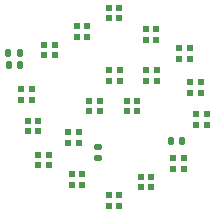
<source format=gbr>
%TF.GenerationSoftware,KiCad,Pcbnew,8.0.4*%
%TF.CreationDate,2024-10-23T12:58:23+11:00*%
%TF.ProjectId,Micron_Logo_LED,4d696372-6f6e-45f4-9c6f-676f5f4c4544,rev?*%
%TF.SameCoordinates,Original*%
%TF.FileFunction,Paste,Top*%
%TF.FilePolarity,Positive*%
%FSLAX46Y46*%
G04 Gerber Fmt 4.6, Leading zero omitted, Abs format (unit mm)*
G04 Created by KiCad (PCBNEW 8.0.4) date 2024-10-23 12:58:23*
%MOMM*%
%LPD*%
G01*
G04 APERTURE LIST*
G04 Aperture macros list*
%AMRoundRect*
0 Rectangle with rounded corners*
0 $1 Rounding radius*
0 $2 $3 $4 $5 $6 $7 $8 $9 X,Y pos of 4 corners*
0 Add a 4 corners polygon primitive as box body*
4,1,4,$2,$3,$4,$5,$6,$7,$8,$9,$2,$3,0*
0 Add four circle primitives for the rounded corners*
1,1,$1+$1,$2,$3*
1,1,$1+$1,$4,$5*
1,1,$1+$1,$6,$7*
1,1,$1+$1,$8,$9*
0 Add four rect primitives between the rounded corners*
20,1,$1+$1,$2,$3,$4,$5,0*
20,1,$1+$1,$4,$5,$6,$7,0*
20,1,$1+$1,$6,$7,$8,$9,0*
20,1,$1+$1,$8,$9,$2,$3,0*%
G04 Aperture macros list end*
%ADD10R,0.500000X0.500000*%
%ADD11RoundRect,0.135000X0.135000X0.185000X-0.135000X0.185000X-0.135000X-0.185000X0.135000X-0.185000X0*%
%ADD12RoundRect,0.140000X-0.140000X-0.170000X0.140000X-0.170000X0.140000X0.170000X-0.140000X0.170000X0*%
%ADD13RoundRect,0.140000X0.170000X-0.140000X0.170000X0.140000X-0.170000X0.140000X-0.170000X-0.140000X0*%
G04 APERTURE END LIST*
D10*
%TO.C,D3*%
X151754000Y-92899434D03*
X151754000Y-93799434D03*
X152654000Y-93799434D03*
X152654000Y-92899434D03*
%TD*%
%TO.C,D2*%
X149035250Y-94469105D03*
X149035250Y-95369105D03*
X149935250Y-95369105D03*
X149935250Y-94469105D03*
%TD*%
%TO.C,D5*%
X157722750Y-96345493D03*
X157722750Y-97245493D03*
X158622750Y-97245493D03*
X158622750Y-96345493D03*
%TD*%
%TO.C,D15*%
X148331837Y-103410522D03*
X148331837Y-104310522D03*
X149231837Y-104310522D03*
X149231837Y-103410522D03*
%TD*%
%TO.C,D1*%
X146316500Y-96038776D03*
X146316500Y-96938776D03*
X147216500Y-96938776D03*
X147216500Y-96038776D03*
%TD*%
%TO.C,D10*%
X152654000Y-109676566D03*
X152654000Y-108776566D03*
X151754000Y-108776566D03*
X151754000Y-109676566D03*
%TD*%
%TO.C,D13*%
X145779000Y-103368274D03*
X145779000Y-102468274D03*
X144879000Y-102468274D03*
X144879000Y-103368274D03*
%TD*%
%TO.C,D14*%
X145247750Y-100668422D03*
X145247750Y-99768422D03*
X144347750Y-99768422D03*
X144347750Y-100668422D03*
%TD*%
%TO.C,D12*%
X146685250Y-106230507D03*
X146685250Y-105330507D03*
X145785250Y-105330507D03*
X145785250Y-106230507D03*
%TD*%
%TO.C,D7*%
X159160250Y-101907578D03*
X159160250Y-102807578D03*
X160060250Y-102807578D03*
X160060250Y-101907578D03*
%TD*%
D11*
%TO.C,R1*%
X144274000Y-96716000D03*
X143254000Y-96716000D03*
%TD*%
D10*
%TO.C,D9*%
X155372750Y-108106895D03*
X155372750Y-107206895D03*
X154472750Y-107206895D03*
X154472750Y-108106895D03*
%TD*%
%TO.C,D17*%
X153280664Y-101656005D03*
X154180664Y-101656005D03*
X154180664Y-100756005D03*
X153280664Y-100756005D03*
%TD*%
D12*
%TO.C,C1*%
X143284000Y-97732000D03*
X144244000Y-97732000D03*
%TD*%
%TO.C,C2*%
X157000000Y-104140000D03*
X157960000Y-104140000D03*
%TD*%
D10*
%TO.C,D16*%
X150079357Y-101656005D03*
X150979357Y-101656005D03*
X150979357Y-100756005D03*
X150079357Y-100756005D03*
%TD*%
%TO.C,D4*%
X154879000Y-94703653D03*
X154879000Y-95603653D03*
X155779000Y-95603653D03*
X155779000Y-94703653D03*
%TD*%
D13*
%TO.C,C3*%
X150876000Y-105636000D03*
X150876000Y-104676000D03*
%TD*%
D10*
%TO.C,D19*%
X154915190Y-98189132D03*
X154915190Y-99089132D03*
X155815190Y-99089132D03*
X155815190Y-98189132D03*
%TD*%
%TO.C,D6*%
X158629000Y-99207726D03*
X158629000Y-100107726D03*
X159529000Y-100107726D03*
X159529000Y-99207726D03*
%TD*%
%TO.C,D11*%
X149529000Y-107872347D03*
X149529000Y-106972347D03*
X148629000Y-106972347D03*
X148629000Y-107872347D03*
%TD*%
%TO.C,D18*%
X151769165Y-99089132D03*
X152669165Y-99089132D03*
X152669165Y-98189132D03*
X151769165Y-98189132D03*
%TD*%
%TO.C,D8*%
X158091500Y-106537224D03*
X158091500Y-105637224D03*
X157191500Y-105637224D03*
X157191500Y-106537224D03*
%TD*%
M02*

</source>
